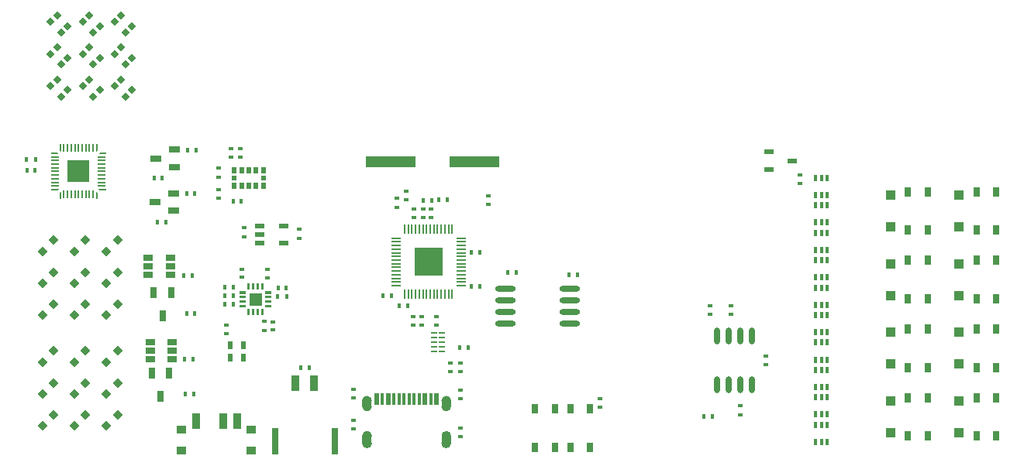
<source format=gbr>
%TF.GenerationSoftware,KiCad,Pcbnew,7.0.2-6a45011f42~172~ubuntu22.04.1*%
%TF.CreationDate,2023-05-03T10:24:55-07:00*%
%TF.ProjectId,hackathon-2022,6861636b-6174-4686-9f6e-2d323032322e,rev?*%
%TF.SameCoordinates,Original*%
%TF.FileFunction,Paste,Top*%
%TF.FilePolarity,Positive*%
%FSLAX46Y46*%
G04 Gerber Fmt 4.6, Leading zero omitted, Abs format (unit mm)*
G04 Created by KiCad (PCBNEW 7.0.2-6a45011f42~172~ubuntu22.04.1) date 2023-05-03 10:24:55*
%MOMM*%
%LPD*%
G01*
G04 APERTURE LIST*
G04 Aperture macros list*
%AMRotRect*
0 Rectangle, with rotation*
0 The origin of the aperture is its center*
0 $1 length*
0 $2 width*
0 $3 Rotation angle, in degrees counterclockwise*
0 Add horizontal line*
21,1,$1,$2,0,0,$3*%
G04 Aperture macros list end*
%ADD10C,0.050000*%
%ADD11R,0.700000X1.250000*%
%ADD12R,0.600000X0.380278*%
%ADD13RotRect,0.800000X0.800000X315.000000*%
%ADD14R,0.600000X0.367778*%
%ADD15R,0.200000X0.900000*%
%ADD16R,0.900000X0.200000*%
%ADD17R,2.450013X2.450013*%
%ADD18R,0.380278X0.600000*%
%ADD19R,1.070000X0.600000*%
%ADD20RotRect,0.660000X0.700000X135.000000*%
%ADD21R,0.320000X0.700000*%
%ADD22R,0.455278X0.600000*%
%ADD23R,1.250000X0.700000*%
%ADD24R,5.500000X1.300000*%
%ADD25R,0.600000X0.417778*%
%ADD26R,0.700000X1.050000*%
%ADD27R,1.100000X0.200000*%
%ADD28R,0.200000X1.100000*%
%ADD29R,3.100000X3.100000*%
%ADD30R,1.000000X1.100000*%
%ADD31R,0.500000X0.650000*%
%ADD32R,0.550000X0.550000*%
%ADD33R,0.600000X0.455278*%
%ADD34R,0.900000X1.800000*%
%ADD35R,1.100000X0.930000*%
%ADD36R,0.457778X0.600000*%
%ADD37R,0.417778X0.600000*%
%ADD38R,0.680000X0.250000*%
%ADD39R,0.600000X0.372778*%
%ADD40R,0.512132X0.950000*%
%ADD41R,0.367778X0.600000*%
%ADD42R,0.372778X0.600000*%
%ADD43O,0.630000X1.865000*%
%ADD44R,1.000000X0.700000*%
%ADD45O,2.250000X0.630000*%
%ADD46O,1.000000X1.600000*%
%ADD47O,1.000000X1.800000*%
%ADD48R,0.900000X1.700000*%
%ADD49R,0.800000X3.000000*%
%ADD50R,0.600000X0.457778*%
%ADD51R,1.000000X0.600000*%
G04 APERTURE END LIST*
%TO.C,U6*%
G36*
X90079376Y-100872260D02*
G01*
X89229439Y-100872260D01*
X89229439Y-100672260D01*
X89879401Y-100672260D01*
X90079376Y-100872260D01*
G37*
G36*
X89879401Y-104872209D02*
G01*
X89229439Y-104872209D01*
X89229439Y-104672209D01*
X90079376Y-104672209D01*
X89879401Y-104872209D01*
G37*
G36*
X90315469Y-100636344D02*
G01*
X90115469Y-100436369D01*
X90115469Y-99786408D01*
X90315469Y-99786408D01*
X90315469Y-100636344D01*
G37*
G36*
X90315469Y-105758138D02*
G01*
X90115469Y-105758138D01*
X90115469Y-105108176D01*
X90315469Y-104908201D01*
X90315469Y-105758138D01*
G37*
G36*
X94315419Y-105108151D02*
G01*
X94315419Y-105758112D01*
X94115419Y-105758112D01*
X94115419Y-104908176D01*
X94315419Y-105108151D01*
G37*
G36*
X94315444Y-100436217D02*
G01*
X94115444Y-100636192D01*
X94115444Y-99786255D01*
X94315444Y-99786255D01*
X94315444Y-100436217D01*
G37*
G36*
X95201296Y-100872285D02*
G01*
X94351360Y-100872285D01*
X94551335Y-100672285D01*
X95201296Y-100672285D01*
X95201296Y-100872285D01*
G37*
G36*
X95201449Y-104872260D02*
G01*
X94551487Y-104872260D01*
X94351512Y-104672260D01*
X95201449Y-104672260D01*
X95201449Y-104872260D01*
G37*
%TO.C,U1*%
G36*
X113290876Y-117659684D02*
G01*
X112625876Y-117659684D01*
X112625876Y-117379684D01*
X113290876Y-117379684D01*
X113290876Y-117659684D01*
G37*
G36*
X113290876Y-117159684D02*
G01*
X112625876Y-117159684D01*
X112625876Y-116879684D01*
X113290876Y-116879684D01*
X113290876Y-117159684D01*
G37*
G36*
X113290876Y-116659684D02*
G01*
X112625876Y-116659684D01*
X112625876Y-116379684D01*
X113290876Y-116379684D01*
X113290876Y-116659684D01*
G37*
G36*
X113290876Y-116159684D02*
G01*
X112625876Y-116159684D01*
X112625876Y-115879684D01*
X113290876Y-115879684D01*
X113290876Y-116159684D01*
G37*
G36*
X112440876Y-118509684D02*
G01*
X112160876Y-118509684D01*
X112160876Y-117844684D01*
X112440876Y-117844684D01*
X112440876Y-118509684D01*
G37*
G36*
X112440876Y-115694684D02*
G01*
X112160876Y-115694684D01*
X112160876Y-115029684D01*
X112440876Y-115029684D01*
X112440876Y-115694684D01*
G37*
G36*
X112222876Y-117441684D02*
G01*
X110878876Y-117441684D01*
X110878876Y-116097684D01*
X112222876Y-116097684D01*
X112222876Y-117441684D01*
G37*
G36*
X111940876Y-118509684D02*
G01*
X111660876Y-118509684D01*
X111660876Y-117844684D01*
X111940876Y-117844684D01*
X111940876Y-118509684D01*
G37*
G36*
X111940876Y-115694684D02*
G01*
X111660876Y-115694684D01*
X111660876Y-115029684D01*
X111940876Y-115029684D01*
X111940876Y-115694684D01*
G37*
G36*
X111440876Y-118509684D02*
G01*
X111160876Y-118509684D01*
X111160876Y-117844684D01*
X111440876Y-117844684D01*
X111440876Y-118509684D01*
G37*
G36*
X111440876Y-115694684D02*
G01*
X111160876Y-115694684D01*
X111160876Y-115029684D01*
X111440876Y-115029684D01*
X111440876Y-115694684D01*
G37*
G36*
X110940876Y-118509684D02*
G01*
X110660876Y-118509684D01*
X110660876Y-117844684D01*
X110940876Y-117844684D01*
X110940876Y-118509684D01*
G37*
G36*
X110940876Y-115694684D02*
G01*
X110660876Y-115694684D01*
X110660876Y-115029684D01*
X110940876Y-115029684D01*
X110940876Y-115694684D01*
G37*
G36*
X110475876Y-117659684D02*
G01*
X109810876Y-117659684D01*
X109810876Y-117379684D01*
X110475876Y-117379684D01*
X110475876Y-117659684D01*
G37*
G36*
X110475876Y-117159684D02*
G01*
X109810876Y-117159684D01*
X109810876Y-116879684D01*
X110475876Y-116879684D01*
X110475876Y-117159684D01*
G37*
G36*
X110475876Y-116659684D02*
G01*
X109810876Y-116659684D01*
X109810876Y-116379684D01*
X110475876Y-116379684D01*
X110475876Y-116659684D01*
G37*
G36*
X110475876Y-116159684D02*
G01*
X109810876Y-116159684D01*
X109810876Y-115879684D01*
X110475876Y-115879684D01*
X110475876Y-116159684D01*
G37*
D10*
%TO.C,USB1*%
X124225552Y-127864680D02*
G75*
G03*
X123225552Y-127864680I-500000J0D01*
G01*
X124225552Y-131704680D02*
G75*
G03*
X123225552Y-131704680I-500000J0D01*
G01*
X123225552Y-128464680D02*
G75*
G03*
X124225552Y-128464680I500000J0D01*
G01*
X123225552Y-132504680D02*
G75*
G03*
X124225552Y-132504680I500000J0D01*
G01*
X132875552Y-127864680D02*
G75*
G03*
X131875552Y-127864680I-500000J0D01*
G01*
X132875552Y-131704680D02*
G75*
G03*
X131875552Y-131704680I-500000J0D01*
G01*
X131875552Y-128464680D02*
G75*
G03*
X132875552Y-128464680I500000J0D01*
G01*
X131875552Y-132504680D02*
G75*
G03*
X132875552Y-132504680I500000J0D01*
G01*
G36*
X125020552Y-128342680D02*
G01*
X124520552Y-128342680D01*
X124520552Y-127042680D01*
X125020552Y-127042680D01*
X125020552Y-128342680D01*
G37*
G36*
X125575552Y-128342680D02*
G01*
X125225552Y-128342680D01*
X125225552Y-127042680D01*
X125575552Y-127042680D01*
X125575552Y-128342680D01*
G37*
G36*
X126290552Y-128342680D02*
G01*
X125790552Y-128342680D01*
X125790552Y-127042680D01*
X126290552Y-127042680D01*
X126290552Y-128342680D01*
G37*
G36*
X126850552Y-128342680D02*
G01*
X126500552Y-128342680D01*
X126500552Y-127042680D01*
X126850552Y-127042680D01*
X126850552Y-128342680D01*
G37*
G36*
X127400552Y-128342680D02*
G01*
X127050552Y-128342680D01*
X127050552Y-127042680D01*
X127400552Y-127042680D01*
X127400552Y-128342680D01*
G37*
G36*
X127950552Y-128342680D02*
G01*
X127600552Y-128342680D01*
X127600552Y-127042680D01*
X127950552Y-127042680D01*
X127950552Y-128342680D01*
G37*
G36*
X128500552Y-128342680D02*
G01*
X128150552Y-128342680D01*
X128150552Y-127042680D01*
X128500552Y-127042680D01*
X128500552Y-128342680D01*
G37*
G36*
X129050552Y-128342680D02*
G01*
X128700552Y-128342680D01*
X128700552Y-127042680D01*
X129050552Y-127042680D01*
X129050552Y-128342680D01*
G37*
G36*
X129600552Y-128342680D02*
G01*
X129250552Y-128342680D01*
X129250552Y-127042680D01*
X129600552Y-127042680D01*
X129600552Y-128342680D01*
G37*
G36*
X130310552Y-128342680D02*
G01*
X129810552Y-128342680D01*
X129810552Y-127042680D01*
X130310552Y-127042680D01*
X130310552Y-128342680D01*
G37*
G36*
X130875552Y-128342680D02*
G01*
X130525552Y-128342680D01*
X130525552Y-127042680D01*
X130875552Y-127042680D01*
X130875552Y-128342680D01*
G37*
G36*
X131580552Y-128342680D02*
G01*
X131080552Y-128342680D01*
X131080552Y-127042680D01*
X131580552Y-127042680D01*
X131580552Y-128342680D01*
G37*
%TD*%
D11*
%TO.C,Q2*%
X100205244Y-124853241D03*
X102105244Y-124853241D03*
X101155244Y-127352241D03*
%TD*%
D12*
%TO.C,R3*%
X122233407Y-130889308D03*
X122233407Y-129969586D03*
%TD*%
%TO.C,R7*%
X112810847Y-114387642D03*
X112810847Y-113467920D03*
%TD*%
D11*
%TO.C,Q4*%
X100440662Y-116039267D03*
X102340662Y-116039267D03*
X101390662Y-118538267D03*
%TD*%
D13*
%TO.C,LED19*%
X88278402Y-123608948D03*
X89481898Y-122405452D03*
%TD*%
D14*
%TO.C,R18*%
X171029726Y-103170146D03*
X171029726Y-104077368D03*
%TD*%
D15*
%TO.C,U6*%
X90615495Y-105308201D03*
X91015546Y-105308201D03*
X91415342Y-105308201D03*
X91815393Y-105308201D03*
X92215444Y-105308201D03*
X92615495Y-105308201D03*
X93015546Y-105308201D03*
X93415342Y-105308201D03*
X93815393Y-105308201D03*
D16*
X94751385Y-104372209D03*
X94751385Y-103972158D03*
X94751385Y-103572108D03*
X94751385Y-103172057D03*
X94751385Y-102772260D03*
X94751385Y-102372209D03*
X94751385Y-101972158D03*
X94751385Y-101572108D03*
X94751385Y-101172057D03*
D15*
X93815393Y-100236065D03*
X93415342Y-100236065D03*
X93015546Y-100236065D03*
X92615495Y-100236065D03*
X92215444Y-100236065D03*
X91815393Y-100236065D03*
X91415342Y-100236065D03*
X91015546Y-100236065D03*
X90615495Y-100236065D03*
D16*
X89679503Y-101172057D03*
X89679503Y-101572108D03*
X89679503Y-101972158D03*
X89679503Y-102372209D03*
X89679503Y-102772260D03*
X89679503Y-103172057D03*
X89679503Y-103572108D03*
X89679503Y-103972158D03*
X89679503Y-104372209D03*
D17*
X92215444Y-102772260D03*
%TD*%
D18*
%TO.C,R26*%
X160486382Y-129575635D03*
X161406104Y-129575635D03*
%TD*%
D19*
%TO.C,Q1*%
X167657952Y-100645161D03*
X167657952Y-102544161D03*
X170127952Y-101594161D03*
%TD*%
D20*
%TO.C,LED32*%
X93362853Y-92705488D03*
X92655746Y-93412595D03*
X93829543Y-94586392D03*
X94536650Y-93879286D03*
%TD*%
D21*
%TO.C,LED2*%
X173987828Y-106479456D03*
X173357828Y-106479456D03*
X172727828Y-106479456D03*
X172727828Y-108359456D03*
X173357828Y-108359456D03*
X173987828Y-108359456D03*
%TD*%
D13*
%TO.C,LED23*%
X95261340Y-115011920D03*
X96464836Y-113808424D03*
%TD*%
%TO.C,LED26*%
X95261340Y-111511920D03*
X96464836Y-110308424D03*
%TD*%
D22*
%TO.C,C7*%
X145746212Y-114051061D03*
X146740934Y-114051061D03*
%TD*%
D23*
%TO.C,Q7*%
X102653568Y-102297533D03*
X102653568Y-100398533D03*
X100653568Y-101348533D03*
%TD*%
D24*
%TO.C,X1*%
X135456573Y-101731061D03*
X126350573Y-101731061D03*
%TD*%
D25*
%TO.C,C1*%
X133931997Y-131762317D03*
X133931997Y-130805095D03*
%TD*%
D12*
%TO.C,R2*%
X133938221Y-126668413D03*
X133938221Y-127588135D03*
%TD*%
D13*
%TO.C,LED20*%
X95261340Y-118511920D03*
X96464836Y-117308424D03*
%TD*%
%TO.C,LED25*%
X88261340Y-115011920D03*
X89464836Y-113808424D03*
%TD*%
D18*
%TO.C,R19*%
X86562145Y-102689458D03*
X87481867Y-102689458D03*
%TD*%
D26*
%TO.C,SW4*%
X190321250Y-131707966D03*
X190321250Y-127507966D03*
X192470250Y-131707966D03*
X192470250Y-127507966D03*
%TD*%
D21*
%TO.C,LED7*%
X173987828Y-121479456D03*
X173357828Y-121479456D03*
X172727828Y-121479456D03*
X172727828Y-123359456D03*
X173357828Y-123359456D03*
X173987828Y-123359456D03*
%TD*%
D25*
%TO.C,C23*%
X164503060Y-129387682D03*
X164503060Y-128430460D03*
%TD*%
D12*
%TO.C,R13*%
X129703573Y-119570922D03*
X129703573Y-118651200D03*
%TD*%
D26*
%TO.C,SW5*%
X190321250Y-124207966D03*
X190321250Y-120007966D03*
X192470250Y-124207966D03*
X192470250Y-120007966D03*
%TD*%
D20*
%TO.C,LED36*%
X96862853Y-89205488D03*
X96155746Y-89912595D03*
X97329543Y-91086392D03*
X98036650Y-90379286D03*
%TD*%
D27*
%TO.C,U3*%
X133973738Y-115271137D03*
X133973738Y-114871086D03*
X133973738Y-114471036D03*
X133973738Y-114070985D03*
X133973738Y-113671188D03*
X133973738Y-113271137D03*
X133973738Y-112871086D03*
X133973738Y-112471036D03*
X133973738Y-112070985D03*
X133973738Y-111671188D03*
X133973738Y-111271137D03*
X133973738Y-110871086D03*
X133973738Y-110471036D03*
X133973738Y-110070985D03*
D28*
X133023522Y-109121023D03*
X132623725Y-109121023D03*
X132223675Y-109121023D03*
X131823624Y-109121023D03*
X131423573Y-109121023D03*
X131023522Y-109121023D03*
X130623725Y-109121023D03*
X130223675Y-109121023D03*
X129823624Y-109121023D03*
X129423573Y-109121023D03*
X129023522Y-109121023D03*
X128623725Y-109121023D03*
X128223675Y-109121023D03*
X127823624Y-109121023D03*
D27*
X126873408Y-110070985D03*
X126873408Y-110471036D03*
X126873408Y-110871086D03*
X126873408Y-111271137D03*
X126873408Y-111671188D03*
X126873408Y-112070985D03*
X126873408Y-112471036D03*
X126873408Y-112871086D03*
X126873408Y-113271137D03*
X126873408Y-113671188D03*
X126873408Y-114070985D03*
X126873408Y-114471036D03*
X126873408Y-114871086D03*
X126873408Y-115271137D03*
D28*
X127823624Y-116221099D03*
X128223675Y-116221099D03*
X128623725Y-116221099D03*
X129023522Y-116221099D03*
X129423573Y-116221099D03*
X129823624Y-116221099D03*
X130223675Y-116221099D03*
X130623725Y-116221099D03*
X131023522Y-116221099D03*
X131423573Y-116221099D03*
X131823624Y-116221099D03*
X132223675Y-116221099D03*
X132623725Y-116221099D03*
X133023522Y-116221099D03*
D29*
X130423573Y-112671188D03*
%TD*%
D30*
%TO.C,D11*%
X180908250Y-105371466D03*
X180908250Y-108841466D03*
%TD*%
D21*
%TO.C,LED6*%
X173987828Y-118479456D03*
X173357828Y-118479456D03*
X172727828Y-118479456D03*
X172727828Y-120359456D03*
X173357828Y-120359456D03*
X173987828Y-120359456D03*
%TD*%
D18*
%TO.C,R11*%
X113998695Y-115478618D03*
X114918417Y-115478618D03*
%TD*%
D20*
%TO.C,LED31*%
X89862853Y-85705488D03*
X89155746Y-86412595D03*
X90329543Y-87586392D03*
X91036650Y-86879286D03*
%TD*%
D31*
%TO.C,U8*%
X109212863Y-102620425D03*
X110012863Y-102620425D03*
X110812863Y-102620425D03*
X111612863Y-102620425D03*
X112412863Y-102620425D03*
D32*
X112412863Y-103495425D03*
D31*
X112412863Y-104371425D03*
X111612863Y-104371425D03*
X110812863Y-104371425D03*
X110012863Y-104371425D03*
X109212863Y-104371425D03*
D32*
X109212863Y-103495425D03*
%TD*%
D25*
%TO.C,C19*%
X129833573Y-107809672D03*
X129833573Y-106852450D03*
%TD*%
D18*
%TO.C,R23*%
X104696064Y-123330120D03*
X103776342Y-123330120D03*
%TD*%
D21*
%TO.C,LED4*%
X173987828Y-112479456D03*
X173357828Y-112479456D03*
X172727828Y-112479456D03*
X172727828Y-114359456D03*
X173357828Y-114359456D03*
X173987828Y-114359456D03*
%TD*%
D13*
%TO.C,LED24*%
X91761340Y-115011920D03*
X92964836Y-113808424D03*
%TD*%
D21*
%TO.C,LED10*%
X173987828Y-130479456D03*
X173357828Y-130479456D03*
X172727828Y-130479456D03*
X172727828Y-132359456D03*
X173357828Y-132359456D03*
X173987828Y-132359456D03*
%TD*%
D30*
%TO.C,D8*%
X180908250Y-127871466D03*
X180908250Y-131341466D03*
%TD*%
D18*
%TO.C,R5*%
X109095899Y-117336240D03*
X108176177Y-117336240D03*
%TD*%
%TO.C,R8*%
X109094234Y-116392923D03*
X108174512Y-116392923D03*
%TD*%
D20*
%TO.C,LED35*%
X96862853Y-92705488D03*
X96155746Y-93412595D03*
X97329543Y-94586392D03*
X98036650Y-93879286D03*
%TD*%
D12*
%TO.C,R1*%
X122226778Y-126599060D03*
X122226778Y-127518782D03*
%TD*%
%TO.C,R4*%
X108339169Y-119565500D03*
X108339169Y-120485222D03*
%TD*%
D25*
%TO.C,C9*%
X133933625Y-123725014D03*
X133933625Y-124682236D03*
%TD*%
D13*
%TO.C,LED18*%
X91778402Y-123608948D03*
X92981898Y-122405452D03*
%TD*%
D33*
%TO.C,C28*%
X107500182Y-103411495D03*
X107500182Y-102416773D03*
%TD*%
D34*
%TO.C,SW1*%
X105017152Y-130114060D03*
X108017152Y-130114060D03*
X109517152Y-130114060D03*
D35*
X111067152Y-131011060D03*
X111067152Y-133281060D03*
X103467152Y-133281060D03*
X103467152Y-131011060D03*
%TD*%
D25*
%TO.C,C8*%
X132870166Y-123727389D03*
X132870166Y-124684611D03*
%TD*%
D36*
%TO.C,C4*%
X117456710Y-124216213D03*
X116459488Y-124216213D03*
%TD*%
%TO.C,C3*%
X114951775Y-116423966D03*
X113954553Y-116423966D03*
%TD*%
D26*
%TO.C,SW2*%
X148072651Y-128724227D03*
X148072651Y-132924227D03*
X145923651Y-128724227D03*
X145923651Y-132924227D03*
%TD*%
D20*
%TO.C,LED30*%
X89862853Y-89205488D03*
X89155746Y-89912595D03*
X90329543Y-91086392D03*
X91036650Y-90379286D03*
%TD*%
D25*
%TO.C,C6*%
X116277722Y-110084966D03*
X116277722Y-109127744D03*
%TD*%
D37*
%TO.C,C20*%
X128190784Y-117471061D03*
X127233562Y-117471061D03*
%TD*%
D13*
%TO.C,LED15*%
X91778402Y-127108948D03*
X92981898Y-125905452D03*
%TD*%
D26*
%TO.C,SW7*%
X190321250Y-109207966D03*
X190321250Y-105007966D03*
X192470250Y-109207966D03*
X192470250Y-105007966D03*
%TD*%
D38*
%TO.C,D3*%
X131064000Y-120428000D03*
X131064000Y-120928000D03*
X131064000Y-121428000D03*
X131064000Y-121928000D03*
X131064000Y-122428000D03*
X131933000Y-122428000D03*
X131933000Y-121928000D03*
X131933000Y-121428000D03*
X131933000Y-120928000D03*
X131933000Y-120428000D03*
%TD*%
D13*
%TO.C,LED22*%
X88261340Y-118511920D03*
X89464836Y-117308424D03*
%TD*%
D18*
%TO.C,R36*%
X100861247Y-108290658D03*
X101780969Y-108290658D03*
%TD*%
D25*
%TO.C,C24*%
X163513181Y-117427347D03*
X163513181Y-118384569D03*
%TD*%
D21*
%TO.C,LED1*%
X173987828Y-103479456D03*
X173357828Y-103479456D03*
X172727828Y-103479456D03*
X172727828Y-105359456D03*
X173357828Y-105359456D03*
X173987828Y-105359456D03*
%TD*%
D30*
%TO.C,D7*%
X188408250Y-105371466D03*
X188408250Y-108841466D03*
%TD*%
%TO.C,D6*%
X188408250Y-112871466D03*
X188408250Y-116341466D03*
%TD*%
D13*
%TO.C,LED27*%
X91761340Y-111511920D03*
X92964836Y-110308424D03*
%TD*%
D37*
%TO.C,C13*%
X131564962Y-105901061D03*
X132522184Y-105901061D03*
%TD*%
D25*
%TO.C,C5*%
X110302048Y-109913728D03*
X110302048Y-108956506D03*
%TD*%
D39*
%TO.C,R32*%
X109904267Y-100260286D03*
X109904267Y-101172508D03*
%TD*%
D40*
%TO.C,D1*%
X110186969Y-123178150D03*
X108749101Y-123178150D03*
%TD*%
D37*
%TO.C,C15*%
X136042184Y-115381061D03*
X135084962Y-115381061D03*
%TD*%
D33*
%TO.C,C26*%
X167305101Y-123925403D03*
X167305101Y-122930681D03*
%TD*%
D13*
%TO.C,LED16*%
X88278402Y-127108948D03*
X89481898Y-125905452D03*
%TD*%
D20*
%TO.C,LED33*%
X93362853Y-89205488D03*
X92655746Y-89912595D03*
X93829543Y-91086392D03*
X94536650Y-90379286D03*
%TD*%
D41*
%TO.C,R16*%
X133829308Y-122047730D03*
X134736530Y-122047730D03*
%TD*%
D18*
%TO.C,R14*%
X139103712Y-113801061D03*
X140023434Y-113801061D03*
%TD*%
D14*
%TO.C,R15*%
X149170467Y-128547016D03*
X149170467Y-127639794D03*
%TD*%
D26*
%TO.C,SW3*%
X144221926Y-128768421D03*
X144221926Y-132968421D03*
X142072926Y-128768421D03*
X142072926Y-132968421D03*
%TD*%
D42*
%TO.C,R33*%
X109994489Y-106043432D03*
X109082267Y-106043432D03*
%TD*%
D21*
%TO.C,LED9*%
X173987828Y-127479456D03*
X173357828Y-127479456D03*
X172727828Y-127479456D03*
X172727828Y-129359456D03*
X173357828Y-129359456D03*
X173987828Y-129359456D03*
%TD*%
D25*
%TO.C,C21*%
X131318000Y-118632350D03*
X131318000Y-119589572D03*
%TD*%
D18*
%TO.C,R21*%
X100449554Y-103531156D03*
X101369276Y-103531156D03*
%TD*%
%TO.C,R35*%
X104011268Y-105186422D03*
X104930990Y-105186422D03*
%TD*%
D20*
%TO.C,LED29*%
X89862853Y-92705488D03*
X89155746Y-93412595D03*
X90329543Y-94586392D03*
X91036650Y-93879286D03*
%TD*%
D43*
%TO.C,U7*%
X165757590Y-120763977D03*
X164487590Y-120763977D03*
X163217590Y-120763977D03*
X161947590Y-120763977D03*
X161947590Y-126128977D03*
X163217590Y-126128977D03*
X164487590Y-126128977D03*
X165757590Y-126128977D03*
%TD*%
D44*
%TO.C,Q5*%
X99822695Y-112196955D03*
X99822695Y-113146955D03*
X99822695Y-114096955D03*
X102222695Y-114096955D03*
X102222695Y-113146955D03*
X102222695Y-112196955D03*
%TD*%
D25*
%TO.C,C27*%
X107500780Y-104754738D03*
X107500780Y-105711960D03*
%TD*%
D20*
%TO.C,LED34*%
X93362853Y-85705488D03*
X92655746Y-86412595D03*
X93829543Y-87586392D03*
X94536650Y-86879286D03*
%TD*%
D12*
%TO.C,R6*%
X110054722Y-113452508D03*
X110054722Y-114372230D03*
%TD*%
D21*
%TO.C,LED5*%
X173987828Y-115479456D03*
X173357828Y-115479456D03*
X172727828Y-115479456D03*
X172727828Y-117359456D03*
X173357828Y-117359456D03*
X173987828Y-117359456D03*
%TD*%
D30*
%TO.C,D4*%
X188408250Y-127871466D03*
X188408250Y-131341466D03*
%TD*%
D13*
%TO.C,LED11*%
X95278402Y-130608948D03*
X96481898Y-129405452D03*
%TD*%
D26*
%TO.C,SW9*%
X182821250Y-124207966D03*
X182821250Y-120007966D03*
X184970250Y-124207966D03*
X184970250Y-120007966D03*
%TD*%
D21*
%TO.C,LED3*%
X173987828Y-109479456D03*
X173357828Y-109479456D03*
X172727828Y-109479456D03*
X172727828Y-111359456D03*
X173357828Y-111359456D03*
X173987828Y-111359456D03*
%TD*%
D18*
%TO.C,R22*%
X104830017Y-127097830D03*
X103910295Y-127097830D03*
%TD*%
D13*
%TO.C,LED12*%
X91778402Y-130608948D03*
X92981898Y-129405452D03*
%TD*%
D25*
%TO.C,C17*%
X128843573Y-107831072D03*
X128843573Y-106873850D03*
%TD*%
D44*
%TO.C,Q3*%
X100063021Y-121422752D03*
X100063021Y-122372752D03*
X100063021Y-123322752D03*
X102463021Y-123322752D03*
X102463021Y-122372752D03*
X102463021Y-121422752D03*
%TD*%
D45*
%TO.C,U4*%
X138803073Y-115576061D03*
X138803073Y-116846061D03*
X138803073Y-118116061D03*
X138803073Y-119386061D03*
X145864073Y-119386061D03*
X145864073Y-118116061D03*
X145864073Y-116846061D03*
X145864073Y-115576061D03*
%TD*%
D21*
%TO.C,LED8*%
X173987828Y-124479456D03*
X173357828Y-124479456D03*
X172727828Y-124479456D03*
X172727828Y-126359456D03*
X173357828Y-126359456D03*
X173987828Y-126359456D03*
%TD*%
D13*
%TO.C,LED13*%
X88278402Y-130608948D03*
X89481898Y-129405452D03*
%TD*%
%TO.C,LED17*%
X95278402Y-123608948D03*
X96481898Y-122405452D03*
%TD*%
D25*
%TO.C,C11*%
X128016000Y-104931389D03*
X128016000Y-105888611D03*
%TD*%
D46*
%TO.C,USB1*%
X123725552Y-128164680D03*
D47*
X123725552Y-132104680D03*
X132375552Y-132104680D03*
D46*
X132375552Y-128164680D03*
%TD*%
D13*
%TO.C,LED21*%
X91761340Y-118511920D03*
X92964836Y-117308424D03*
%TD*%
D18*
%TO.C,R9*%
X109099099Y-115443396D03*
X108179377Y-115443396D03*
%TD*%
D30*
%TO.C,D5*%
X188408250Y-120371466D03*
X188408250Y-123841466D03*
%TD*%
D37*
%TO.C,C18*%
X126385784Y-116367861D03*
X125428562Y-116367861D03*
%TD*%
D25*
%TO.C,C10*%
X136944043Y-105418313D03*
X136944043Y-106375535D03*
%TD*%
D13*
%TO.C,LED14*%
X95278402Y-127108948D03*
X96481898Y-125905452D03*
%TD*%
D26*
%TO.C,SW10*%
X182821250Y-116707966D03*
X182821250Y-112507966D03*
X184970250Y-116707966D03*
X184970250Y-112507966D03*
%TD*%
D25*
%TO.C,C14*%
X126975412Y-105718057D03*
X126975412Y-106675279D03*
%TD*%
D12*
%TO.C,R12*%
X128803573Y-119570822D03*
X128803573Y-118651100D03*
%TD*%
D25*
%TO.C,C25*%
X161225376Y-117438499D03*
X161225376Y-118395721D03*
%TD*%
D37*
%TO.C,C12*%
X130822184Y-105911061D03*
X129864962Y-105911061D03*
%TD*%
D26*
%TO.C,SW11*%
X182821250Y-109207966D03*
X182821250Y-105007966D03*
X184970250Y-109207966D03*
X184970250Y-105007966D03*
%TD*%
D13*
%TO.C,LED28*%
X88261340Y-111511920D03*
X89464836Y-110308424D03*
%TD*%
D14*
%TO.C,R10*%
X113414309Y-119207974D03*
X113414309Y-120115196D03*
%TD*%
%TO.C,R17*%
X130743573Y-106867450D03*
X130743573Y-107774672D03*
%TD*%
D30*
%TO.C,D9*%
X180908250Y-120371466D03*
X180908250Y-123841466D03*
%TD*%
D48*
%TO.C,CN1*%
X115925777Y-125929015D03*
X117925777Y-125929015D03*
D49*
X120175777Y-132279015D03*
X113675777Y-132279015D03*
%TD*%
D20*
%TO.C,LED37*%
X96862853Y-85705488D03*
X96155746Y-86412595D03*
X97329543Y-87586392D03*
X98036650Y-86879286D03*
%TD*%
D18*
%TO.C,R24*%
X104921655Y-118326256D03*
X104001933Y-118326256D03*
%TD*%
D50*
%TO.C,C2*%
X112493804Y-119172567D03*
X112493804Y-120169789D03*
%TD*%
D22*
%TO.C,C22*%
X86528896Y-101504462D03*
X87523618Y-101504462D03*
%TD*%
D23*
%TO.C,Q6*%
X102613259Y-107074999D03*
X102613259Y-105175999D03*
X100613259Y-106125999D03*
%TD*%
D26*
%TO.C,SW6*%
X190321250Y-116707966D03*
X190321250Y-112507966D03*
X192470250Y-116707966D03*
X192470250Y-112507966D03*
%TD*%
D40*
%TO.C,D2*%
X110187197Y-121825874D03*
X108749329Y-121825874D03*
%TD*%
D51*
%TO.C,U2*%
X112028331Y-108739775D03*
X112028331Y-109689775D03*
X112028331Y-110639775D03*
X114628331Y-110639775D03*
X114628331Y-108739775D03*
%TD*%
D39*
%TO.C,R34*%
X108840740Y-100276731D03*
X108840740Y-101188953D03*
%TD*%
D26*
%TO.C,SW8*%
X182821250Y-131707966D03*
X182821250Y-127507966D03*
X184970250Y-131707966D03*
X184970250Y-127507966D03*
%TD*%
D37*
%TO.C,C16*%
X135084962Y-111661061D03*
X136042184Y-111661061D03*
%TD*%
D18*
%TO.C,R20*%
X104113597Y-100412562D03*
X105033319Y-100412562D03*
%TD*%
%TO.C,R25*%
X104646644Y-114125173D03*
X103726922Y-114125173D03*
%TD*%
D30*
%TO.C,D10*%
X180908250Y-112871466D03*
X180908250Y-116341466D03*
%TD*%
M02*

</source>
